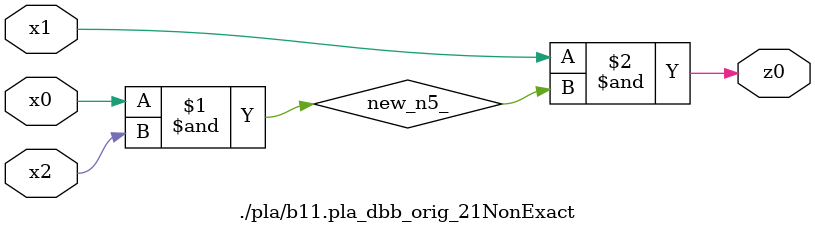
<source format=v>

module \./pla/b11.pla_dbb_orig_21NonExact  ( 
    x0, x1, x2,
    z0  );
  input  x0, x1, x2;
  output z0;
  wire new_n5_;
  assign new_n5_ = x0 & x2;
  assign z0 = x1 & new_n5_;
endmodule



</source>
